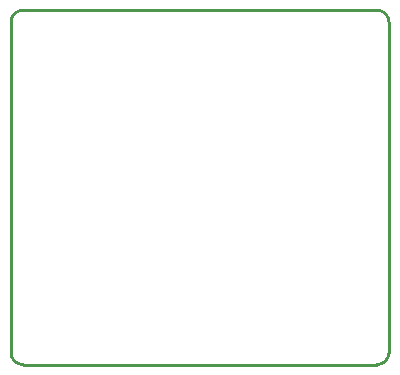
<source format=gm1>
%TF.GenerationSoftware,KiCad,Pcbnew,(6.0.10)*%
%TF.CreationDate,2023-01-21T20:26:19+05:30*%
%TF.ProjectId,555 Astable,35353520-4173-4746-9162-6c652e6b6963,rev?*%
%TF.SameCoordinates,Original*%
%TF.FileFunction,Profile,NP*%
%FSLAX46Y46*%
G04 Gerber Fmt 4.6, Leading zero omitted, Abs format (unit mm)*
G04 Created by KiCad (PCBNEW (6.0.10)) date 2023-01-21 20:26:19*
%MOMM*%
%LPD*%
G01*
G04 APERTURE LIST*
%TA.AperFunction,Profile*%
%ADD10C,0.250000*%
%TD*%
G04 APERTURE END LIST*
D10*
X101334000Y-92000000D02*
G75*
G03*
X102334000Y-93000000I1000000J0D01*
G01*
X101334000Y-92000000D02*
X101334000Y-64000000D01*
X133334000Y-64000000D02*
X133334000Y-92000000D01*
X102334000Y-63000000D02*
X132334000Y-63000000D01*
X132334000Y-93000000D02*
G75*
G03*
X133334000Y-92000000I0J1000000D01*
G01*
X102334000Y-63000000D02*
G75*
G03*
X101334000Y-64000000I0J-1000000D01*
G01*
X132334000Y-93000000D02*
X102334000Y-93000000D01*
X133334000Y-64000000D02*
G75*
G03*
X132334000Y-63000000I-1000000J0D01*
G01*
M02*

</source>
